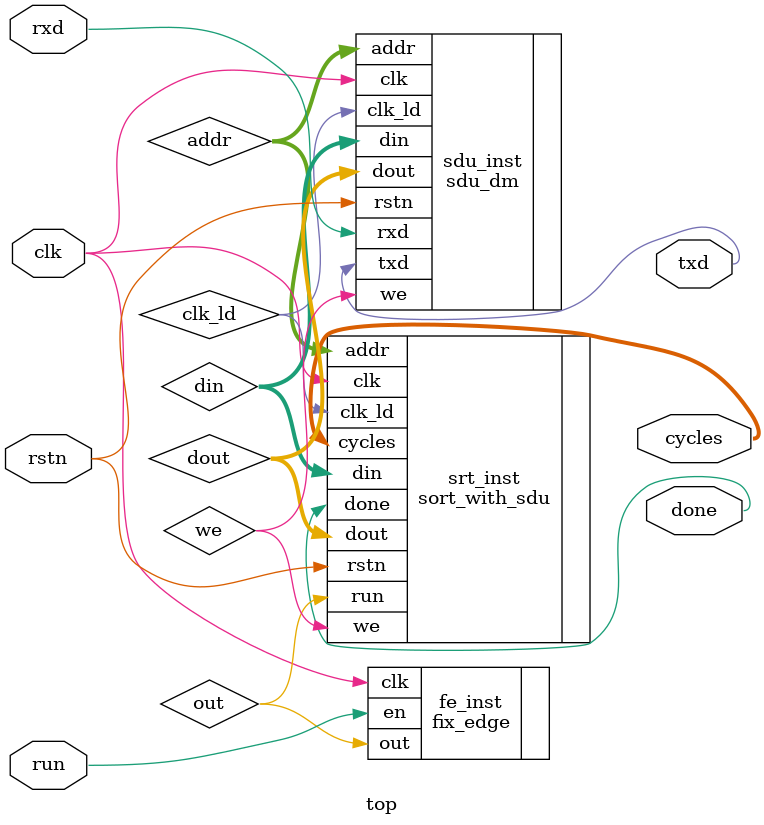
<source format=v>
module  top (
    input  clk, 		//时钟
    input  rstn, 		//复位
    input run,		//启动排序
    output done,		//排序结束标志
    output [15:0]  cycles,	//排序耗费时钟周期数
    input rxd,
    output txd
);

    wire [7:0] addr;
    wire [31:0] dout;
    wire [31:0] din;
    wire we;

    
    wire clk_ld;
    wire out;
    fix_edge fe_inst(
        .clk(clk),
        .en(run),
        .out(out)
    );

    sort_with_sdu srt_inst(
        .clk(clk),
        .rstn(rstn),
        .run(out),
        .done(done),
        .cycles(cycles),
        .addr(addr),
        .dout(dout),
        .din(din),
        .we(we),
        .clk_ld(clk_ld) 
    );
        
    sdu_dm sdu_inst(
        .clk(clk),
        .rstn(rstn),
        .rxd(rxd),
        .txd(txd),
        .addr(addr),
        .dout(dout),
        .din(din),
        .we(we),
        .clk_ld(clk_ld)
    );
endmodule
</source>
